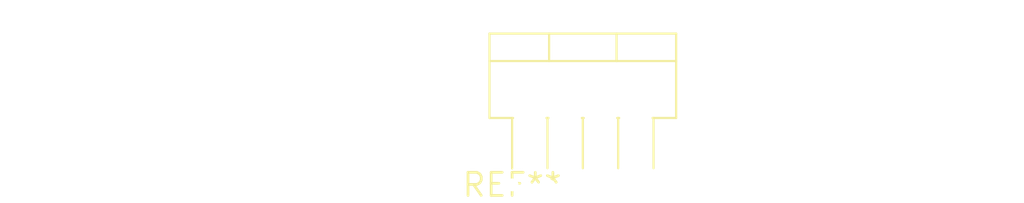
<source format=kicad_pcb>
(kicad_pcb (version 20240108) (generator pcbnew)
  (layers (0 "F.Cu" signal) (31 "B.Cu" signal) (34 "B.Paste" user) (35 "F.Paste" user) (36 "B.SilkS" user "B.Silkscreen") (37 "F.SilkS" user "F.Silkscreen") (38 "B.Mask" user) (39 "F.Mask" user) (44 "Edge.Cuts" user))
  (net 0 "")
  (footprint "TO-220-9_P1.94x3.7mm_StaggerOdd_Lead3.8mm_Vertical" (layer "F.Cu") (at 0 0)
    (property "Reference" "REF**")
    (property "Value" "TO-220-9_P1.94x3.7mm_StaggerOdd_Lead3.8mm_Vertical")
    (fp_line (start -1.241 -8.32) (end -1.241 -3.679) (layer "F.SilkS") (stroke (width 0.12)))
    (fp_line (start -1.241 -8.32) (end 9 -8.32) (layer "F.SilkS") (stroke (width 0.12)))
    (fp_line (start -1.241 -6.811) (end 9 -6.811) (layer "F.SilkS") (stroke (width 0.12)))
    (fp_line (start -1.241 -3.679) (end 0.055 -3.679) (layer "F.SilkS") (stroke (width 0.12)))
    (fp_line (start 0 -3.679) (end 0 -0.9) (layer "F.SilkS") (stroke (width 0.12)))
    (fp_line (start 1.885 -3.679) (end 1.996 -3.679) (layer "F.SilkS") (stroke (width 0.12)))
    (fp_line (start 1.94 -3.679) (end 1.94 -0.915) (layer "F.SilkS") (stroke (width 0.12)))
    (fp_line (start 2.03 -8.32) (end 2.03 -6.811) (layer "F.SilkS") (stroke (width 0.12)))
    (fp_line (start 3.825 -3.679) (end 3.935 -3.679) (layer "F.SilkS") (stroke (width 0.12)))
    (fp_line (start 3.88 -3.679) (end 3.88 -0.915) (layer "F.SilkS") (stroke (width 0.12)))
    (fp_line (start 5.73 -8.32) (end 5.73 -6.811) (layer "F.SilkS") (stroke (width 0.12)))
    (fp_line (start 5.765 -3.679) (end 5.875 -3.679) (layer "F.SilkS") (stroke (width 0.12)))
    (fp_line (start 5.82 -3.679) (end 5.82 -0.915) (layer "F.SilkS") (stroke (width 0.12)))
    (fp_line (start 7.705 -3.679) (end 9 -3.679) (layer "F.SilkS") (stroke (width 0.12)))
    (fp_line (start 7.76 -3.679) (end 7.76 -0.915) (layer "F.SilkS") (stroke (width 0.12)))
    (fp_line (start 9 -8.32) (end 9 -3.679) (layer "F.SilkS") (stroke (width 0.12)))
    (pad "1" thru_hole rect (at 0 0) (size 1.5 1.5) (drill 0.7) (layers *.Cu *.Mask) (remove_unused_layers))
    (pad "2" thru_hole oval (at 0.97 -3.7) (size 1.5 1.5) (drill 0.7) (layers *.Cu *.Mask) (remove_unused_layers))
    (pad "3" thru_hole oval (at 1.94 0) (size 1.5 1.5) (drill 0.7) (layers *.Cu *.Mask) (remove_unused_layers))
    (pad "4" thru_hole oval (at 2.91 -3.7) (size 1.5 1.5) (drill 0.7) (layers *.Cu *.Mask) (remove_unused_layers))
    (pad "5" thru_hole oval (at 3.88 0) (size 1.5 1.5) (drill 0.7) (layers *.Cu *.Mask) (remove_unused_layers))
    (pad "6" thru_hole oval (at 4.85 -3.7) (size 1.5 1.5) (drill 0.7) (layers *.Cu *.Mask) (remove_unused_layers))
    (pad "7" thru_hole oval (at 5.82 0) (size 1.5 1.5) (drill 0.7) (layers *.Cu *.Mask) (remove_unused_layers))
    (pad "8" thru_hole oval (at 6.79 -3.7) (size 1.5 1.5) (drill 0.7) (layers *.Cu *.Mask) (remove_unused_layers))
    (pad "9" thru_hole oval (at 7.76 0) (size 1.5 1.5) (drill 0.7) (layers *.Cu *.Mask) (remove_unused_layers))
  )
)
</source>
